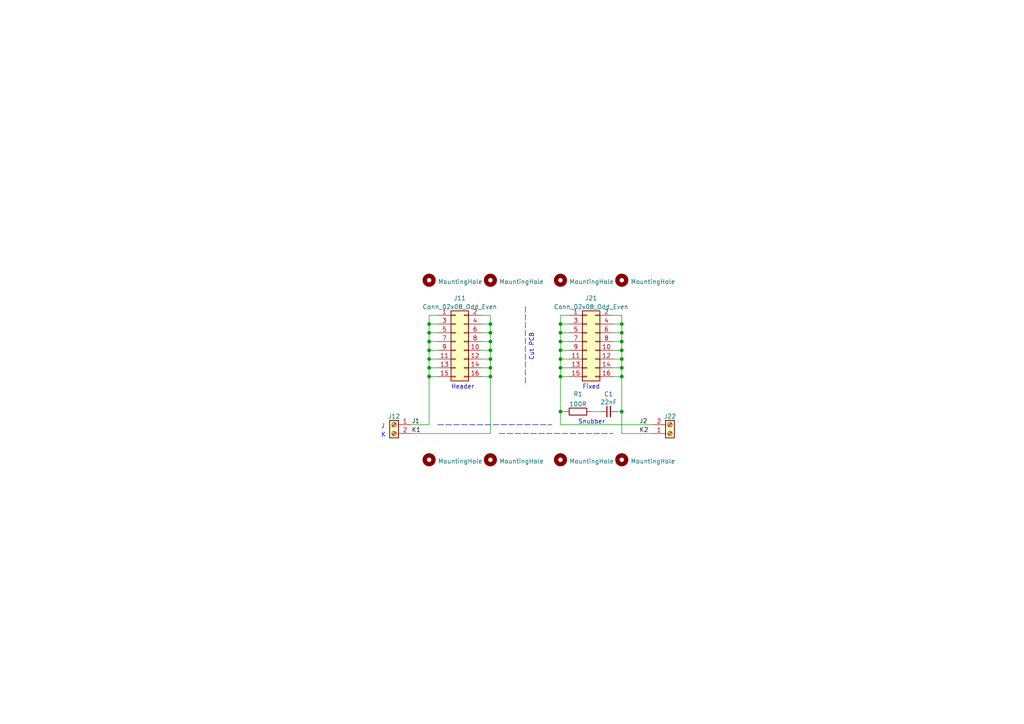
<source format=kicad_sch>
(kicad_sch (version 20211123) (generator eeschema)
  (paper "A4")
  (lib_symbols
    (symbol "Connector:Screw_Terminal_01x02" (pin_names (offset 1.016) hide)
      (property "Reference" "J" (at 0 2.54 0))
      (property "Value" "Screw_Terminal_01x02" (at 0 -5.08 0))
      (symbol "Screw_Terminal_01x02_1_1"
        (rectangle (start -1.27 1.27) (end 1.27 -3.81) (stroke (width 0.254)) (fill (type background)))
        (circle (center 0 -2.54) (radius 0.635) (stroke (width 0.1524)))
        (polyline (pts (xy -0.5334 -2.2098) (xy 0.3302 -3.048)) (stroke (width 0.1524)))
        (polyline (pts (xy -0.5334 0.3302) (xy 0.3302 -0.508)) (stroke (width 0.1524)))
        (polyline (pts (xy -0.3556 -2.032) (xy 0.508 -2.8702)) (stroke (width 0.1524)))
        (polyline (pts (xy -0.3556 0.508) (xy 0.508 -0.3302)) (stroke (width 0.1524)))
        (circle (center 0 0) (radius 0.635) (stroke (width 0.1524)))
        (pin passive line (at -5.08 0 0) (length 3.81) (name "Pin_1") (number "1"))
        (pin passive line (at -5.08 -2.54 0) (length 3.81) (name "Pin_2") (number "2"))
      )
    )
    (symbol "Connector_Generic:Conn_02x08_Odd_Even" (pin_names (offset 1.016) hide)
      (property "Reference" "J" (at 1.27 10.16 0))
      (property "Value" "Conn_02x08_Odd_Even" (at 1.27 -12.7 0))
      (symbol "Conn_02x08_Odd_Even_1_1"
        (rectangle (start -1.27 -10.033) (end 0 -10.287) (stroke (width 0.1524)))
        (rectangle (start -1.27 -7.493) (end 0 -7.747) (stroke (width 0.1524)))
        (rectangle (start -1.27 -4.953) (end 0 -5.207) (stroke (width 0.1524)))
        (rectangle (start -1.27 -2.413) (end 0 -2.667) (stroke (width 0.1524)))
        (rectangle (start -1.27 0.127) (end 0 -0.127) (stroke (width 0.1524)))
        (rectangle (start -1.27 2.667) (end 0 2.413) (stroke (width 0.1524)))
        (rectangle (start -1.27 5.207) (end 0 4.953) (stroke (width 0.1524)))
        (rectangle (start -1.27 7.747) (end 0 7.493) (stroke (width 0.1524)))
        (rectangle (start -1.27 8.89) (end 3.81 -11.43) (stroke (width 0.254)) (fill (type background)))
        (rectangle (start 3.81 -10.033) (end 2.54 -10.287) (stroke (width 0.1524)))
        (rectangle (start 3.81 -7.493) (end 2.54 -7.747) (stroke (width 0.1524)))
        (rectangle (start 3.81 -4.953) (end 2.54 -5.207) (stroke (width 0.1524)))
        (rectangle (start 3.81 -2.413) (end 2.54 -2.667) (stroke (width 0.1524)))
        (rectangle (start 3.81 0.127) (end 2.54 -0.127) (stroke (width 0.1524)))
        (rectangle (start 3.81 2.667) (end 2.54 2.413) (stroke (width 0.1524)))
        (rectangle (start 3.81 5.207) (end 2.54 4.953) (stroke (width 0.1524)))
        (rectangle (start 3.81 7.747) (end 2.54 7.493) (stroke (width 0.1524)))
        (pin passive line (at -5.08 7.62 0) (length 3.81) (name "Pin_1") (number "1"))
        (pin passive line (at 7.62 -2.54 180) (length 3.81) (name "Pin_10") (number "10"))
        (pin passive line (at -5.08 -5.08 0) (length 3.81) (name "Pin_11") (number "11"))
        (pin passive line (at 7.62 -5.08 180) (length 3.81) (name "Pin_12") (number "12"))
        (pin passive line (at -5.08 -7.62 0) (length 3.81) (name "Pin_13") (number "13"))
        (pin passive line (at 7.62 -7.62 180) (length 3.81) (name "Pin_14") (number "14"))
        (pin passive line (at -5.08 -10.16 0) (length 3.81) (name "Pin_15") (number "15"))
        (pin passive line (at 7.62 -10.16 180) (length 3.81) (name "Pin_16") (number "16"))
        (pin passive line (at 7.62 7.62 180) (length 3.81) (name "Pin_2") (number "2"))
        (pin passive line (at -5.08 5.08 0) (length 3.81) (name "Pin_3") (number "3"))
        (pin passive line (at 7.62 5.08 180) (length 3.81) (name "Pin_4") (number "4"))
        (pin passive line (at -5.08 2.54 0) (length 3.81) (name "Pin_5") (number "5"))
        (pin passive line (at 7.62 2.54 180) (length 3.81) (name "Pin_6") (number "6"))
        (pin passive line (at -5.08 0 0) (length 3.81) (name "Pin_7") (number "7"))
        (pin passive line (at 7.62 0 180) (length 3.81) (name "Pin_8") (number "8"))
        (pin passive line (at -5.08 -2.54 0) (length 3.81) (name "Pin_9") (number "9"))
      )
    )
    (symbol "Device:C_Small" (pin_numbers hide) (pin_names (offset 0.254) hide)
      (property "Reference" "C" (at 0.254 1.778 0))
      (property "Value" "C_Small" (at 0.254 -2.032 0))
      (symbol "C_Small_0_1"
        (polyline (pts (xy -1.524 -0.508) (xy 1.524 -0.508)) (stroke (width 0.3302)))
        (polyline (pts (xy -1.524 0.508) (xy 1.524 0.508)) (stroke (width 0.3048)))
      )
      (symbol "C_Small_1_1"
        (pin passive line (at 0 2.54 270) (length 2.032) (name "~") (number "1"))
        (pin passive line (at 0 -2.54 90) (length 2.032) (name "~") (number "2"))
      )
    )
    (symbol "Device:R" (pin_numbers hide) (pin_names (offset 0))
      (property "Reference" "R" (at 2.032 0 90))
      (property "Value" "R" (at 0 0 90))
      (symbol "R_0_1"
        (rectangle (start -1.016 -2.54) (end 1.016 2.54) (stroke (width 0.254)))
      )
      (symbol "R_1_1"
        (pin passive line (at 0 3.81 270) (length 1.27) (name "~") (number "1"))
        (pin passive line (at 0 -3.81 90) (length 1.27) (name "~") (number "2"))
      )
    )
    (symbol "Mechanical:MountingHole" (pin_names (offset 1.016))
      (property "Reference" "H" (at 0 5.08 0))
      (property "Value" "MountingHole" (at 0 3.175 0))
      (symbol "MountingHole_0_1"
        (circle (center 0 0) (radius 1.27) (stroke (width 1.27)))
      )
    )
  )
  (junction (at 162.56 96.52))
  (junction (at 162.56 109.22))
  (junction (at 180.34 109.22))
  (junction (at 180.34 106.68))
  (junction (at 124.46 104.14))
  (junction (at 162.56 104.14))
  (junction (at 124.46 101.6))
  (junction (at 142.24 106.68))
  (junction (at 124.46 99.06))
  (junction (at 162.56 93.98))
  (junction (at 180.34 119.38))
  (junction (at 142.24 104.14))
  (junction (at 142.24 109.22))
  (junction (at 142.24 99.06))
  (junction (at 180.34 99.06))
  (junction (at 142.24 96.52))
  (junction (at 124.46 106.68))
  (junction (at 162.56 119.38))
  (junction (at 124.46 96.52))
  (junction (at 180.34 93.98))
  (junction (at 180.34 101.6))
  (junction (at 142.24 101.6))
  (junction (at 162.56 99.06))
  (junction (at 162.56 101.6))
  (junction (at 124.46 93.98))
  (junction (at 180.34 104.14))
  (junction (at 124.46 109.22))
  (junction (at 162.56 106.68))
  (junction (at 180.34 96.52))
  (junction (at 142.24 93.98))
  (wire (pts (xy 162.56 91.44) (xy 162.56 93.98)))
  (wire (pts (xy 180.34 99.06) (xy 180.34 101.6)))
  (wire (pts (xy 139.7 104.14) (xy 142.24 104.14)))
  (wire (pts (xy 119.38 125.73) (xy 142.24 125.73)))
  (wire (pts (xy 127 109.22) (xy 124.46 109.22)))
  (wire (pts (xy 162.56 123.19) (xy 189.23 123.19)))
  (wire (pts (xy 180.34 106.68) (xy 180.34 109.22)))
  (wire (pts (xy 162.56 93.98) (xy 165.1 93.98)))
  (wire (pts (xy 177.8 109.22) (xy 180.34 109.22)))
  (wire (pts (xy 177.8 104.14) (xy 180.34 104.14)))
  (polyline (pts (xy 127 123.19) (xy 160.02 123.19)))
  (wire (pts (xy 162.56 101.6) (xy 165.1 101.6)))
  (wire (pts (xy 124.46 93.98) (xy 127 93.98)))
  (wire (pts (xy 139.7 93.98) (xy 142.24 93.98)))
  (wire (pts (xy 139.7 96.52) (xy 142.24 96.52)))
  (wire (pts (xy 142.24 96.52) (xy 142.24 93.98)))
  (wire (pts (xy 124.46 109.22) (xy 124.46 106.68)))
  (wire (pts (xy 127 106.68) (xy 124.46 106.68)))
  (wire (pts (xy 180.34 119.38) (xy 180.34 125.73)))
  (wire (pts (xy 139.7 101.6) (xy 142.24 101.6)))
  (wire (pts (xy 180.34 91.44) (xy 180.34 93.98)))
  (wire (pts (xy 127 104.14) (xy 124.46 104.14)))
  (wire (pts (xy 177.8 106.68) (xy 180.34 106.68)))
  (wire (pts (xy 119.38 123.19) (xy 124.46 123.19)))
  (wire (pts (xy 162.56 106.68) (xy 162.56 104.14)))
  (wire (pts (xy 142.24 104.14) (xy 142.24 101.6)))
  (wire (pts (xy 124.46 96.52) (xy 124.46 93.98)))
  (wire (pts (xy 162.56 104.14) (xy 165.1 104.14)))
  (polyline (pts (xy 152.4 88.9) (xy 152.4 111.76)))
  (wire (pts (xy 142.24 106.68) (xy 142.24 104.14)))
  (wire (pts (xy 162.56 99.06) (xy 165.1 99.06)))
  (wire (pts (xy 162.56 119.38) (xy 162.56 109.22)))
  (wire (pts (xy 165.1 96.52) (xy 162.56 96.52)))
  (wire (pts (xy 124.46 109.22) (xy 124.46 123.19)))
  (wire (pts (xy 162.56 106.68) (xy 165.1 106.68)))
  (wire (pts (xy 180.34 104.14) (xy 180.34 106.68)))
  (wire (pts (xy 127 91.44) (xy 124.46 91.44)))
  (wire (pts (xy 139.7 106.68) (xy 142.24 106.68)))
  (wire (pts (xy 180.34 93.98) (xy 180.34 96.52)))
  (wire (pts (xy 124.46 91.44) (xy 124.46 93.98)))
  (wire (pts (xy 162.56 109.22) (xy 162.56 106.68)))
  (wire (pts (xy 171.45 119.38) (xy 173.99 119.38)))
  (wire (pts (xy 142.24 91.44) (xy 142.24 93.98)))
  (wire (pts (xy 177.8 91.44) (xy 180.34 91.44)))
  (wire (pts (xy 177.8 99.06) (xy 180.34 99.06)))
  (wire (pts (xy 180.34 101.6) (xy 180.34 104.14)))
  (wire (pts (xy 177.8 96.52) (xy 180.34 96.52)))
  (wire (pts (xy 142.24 109.22) (xy 142.24 106.68)))
  (wire (pts (xy 139.7 91.44) (xy 142.24 91.44)))
  (wire (pts (xy 162.56 123.19) (xy 162.56 119.38)))
  (wire (pts (xy 139.7 99.06) (xy 142.24 99.06)))
  (wire (pts (xy 162.56 119.38) (xy 163.83 119.38)))
  (polyline (pts (xy 144.78 125.73) (xy 177.8 125.73)))
  (wire (pts (xy 142.24 109.22) (xy 142.24 125.73)))
  (wire (pts (xy 180.34 96.52) (xy 180.34 99.06)))
  (wire (pts (xy 124.46 101.6) (xy 124.46 99.06)))
  (wire (pts (xy 124.46 106.68) (xy 124.46 104.14)))
  (wire (pts (xy 177.8 93.98) (xy 180.34 93.98)))
  (wire (pts (xy 177.8 101.6) (xy 180.34 101.6)))
  (wire (pts (xy 139.7 109.22) (xy 142.24 109.22)))
  (wire (pts (xy 124.46 104.14) (xy 124.46 101.6)))
  (wire (pts (xy 179.07 119.38) (xy 180.34 119.38)))
  (wire (pts (xy 127 101.6) (xy 124.46 101.6)))
  (wire (pts (xy 124.46 99.06) (xy 124.46 96.52)))
  (wire (pts (xy 142.24 101.6) (xy 142.24 99.06)))
  (wire (pts (xy 180.34 109.22) (xy 180.34 119.38)))
  (wire (pts (xy 189.23 125.73) (xy 180.34 125.73)))
  (wire (pts (xy 127 99.06) (xy 124.46 99.06)))
  (wire (pts (xy 162.56 99.06) (xy 162.56 96.52)))
  (wire (pts (xy 165.1 91.44) (xy 162.56 91.44)))
  (wire (pts (xy 162.56 104.14) (xy 162.56 101.6)))
  (wire (pts (xy 165.1 109.22) (xy 162.56 109.22)))
  (wire (pts (xy 162.56 101.6) (xy 162.56 99.06)))
  (wire (pts (xy 162.56 96.52) (xy 162.56 93.98)))
  (wire (pts (xy 142.24 99.06) (xy 142.24 96.52)))
  (wire (pts (xy 127 96.52) (xy 124.46 96.52)))
  (text "Header" (at 130.81 113.03 0) (effects (font (size 1.27 1.27)) (justify left bottom)))
  (text "K" (at 110.49 127 0) (effects (font (size 1.27 1.27)) (justify left bottom)))
  (text "J" (at 110.49 124.46 0) (effects (font (size 1.27 1.27)) (justify left bottom)))
  (text "Snubber" (at 167.64 123.19 0) (effects (font (size 1.27 1.27)) (justify left bottom)))
  (text "Cut PCB" (at 154.94 96.52 270) (effects (font (size 1.27 1.27)) (justify right bottom)))
  (text "Fixed" (at 168.91 113.03 0) (effects (font (size 1.27 1.27)) (justify left bottom)))
  (label "K2" (at 185.42 125.73 0))
  (label "J1" (at 119.38 123.19 0))
  (label "K1" (at 119.38 125.73 0))
  (label "J2" (at 185.42 123.19 0))
  (symbol (lib_id "Device:R") (at 167.64 119.38 90) (unit 1)
    (property "Reference" "R1" (at 167.64 114.3 90))
    (property "Value" "100R" (at 167.64 117.2011 90))
    (property "Footprint" "mylib:R_Axial_P10.16mm_Horizontal" (effects hide))
  )
  (symbol (lib_id "Mechanical:MountingHole") (at 124.46 81.28 0) (unit 1)
    (property "Reference" "H1" (effects hide))
    (property "Value" "MountingHole" (at 127 81.7138 0) (effects (justify left)))
    (property "Footprint" "MountingHole:MountingHole_2.2mm_M2" (effects hide))
  )
  (symbol (lib_id "Connector_Generic:Conn_02x08_Odd_Even") (at 170.18 99.06 0) (unit 1)
    (property "Reference" "J21" (at 171.45 86.4702 0))
    (property "Value" "Conn_02x08_Odd_Even" (at 171.45 89.0071 0))
    (property "Footprint" "Connector_PinHeader_2.54mm:PinHeader_2x08_P2.54mm_Vertical" (effects hide))
  )
  (symbol (lib_id "Connector_Generic:Conn_02x08_Odd_Even") (at 132.08 99.06 0) (unit 1)
    (property "Reference" "J11" (at 133.35 86.4702 0))
    (property "Value" "Conn_02x08_Odd_Even" (at 133.35 89.0071 0))
    (property "Footprint" "Connector_IDC:IDC-Header_2x08_P2.54mm_Latch_Vertical" (effects hide))
  )
  (symbol (lib_id "Connector:Screw_Terminal_01x02") (at 194.31 125.73 0) (mirror x) (unit 1)
    (property "Reference" "J22" (at 194.31 120.7572 0))
    (property "Value" "Screw_Terminal_01x02" (effects hide))
    (property "Footprint" "Mylib:Camdenboss_3pt5mm_pitch_PCB_horizontal_2Way" (effects hide))
  )
  (symbol (lib_id "Mechanical:MountingHole") (at 162.56 81.28 0) (unit 1)
    (property "Reference" "H3" (effects hide))
    (property "Value" "MountingHole" (at 165.1 81.7138 0) (effects (justify left)))
    (property "Footprint" "MountingHole:MountingHole_2.2mm_M2" (effects hide))
  )
  (symbol (lib_id "Mechanical:MountingHole") (at 124.46 133.35 0) (unit 1)
    (property "Reference" "H5" (effects hide))
    (property "Value" "MountingHole" (at 127 133.7838 0) (effects (justify left)))
    (property "Footprint" "MountingHole:MountingHole_2.2mm_M2" (effects hide))
  )
  (symbol (lib_id "Mechanical:MountingHole") (at 180.34 81.28 0) (unit 1)
    (property "Reference" "H4" (effects hide))
    (property "Value" "MountingHole" (at 182.88 81.7138 0) (effects (justify left)))
    (property "Footprint" "MountingHole:MountingHole_2.2mm_M2" (effects hide))
  )
  (symbol (lib_id "Device:C_Small") (at 176.53 119.38 90) (unit 1)
    (property "Reference" "C1" (at 176.53 114.3 90))
    (property "Value" "22nF" (at 176.5363 116.655 90))
    (property "Footprint" "Capacitor_THT:C_Disc_D4.7mm_W2.5mm_P5.00mm" (effects hide))
  )
  (symbol (lib_id "Mechanical:MountingHole") (at 162.56 133.35 0) (unit 1)
    (property "Reference" "H7" (effects hide))
    (property "Value" "MountingHole" (at 165.1 133.7838 0) (effects (justify left)))
    (property "Footprint" "MountingHole:MountingHole_2.2mm_M2" (effects hide))
  )
  (symbol (lib_id "Connector:Screw_Terminal_01x02") (at 114.3 123.19 0) (mirror y) (unit 1)
    (property "Reference" "J12" (at 114.3 120.7572 0))
    (property "Value" "Screw_Terminal_01x02" (effects hide))
    (property "Footprint" "Mylib:Camdenboss_3pt5mm_pitch_PCB_horizontal_2Way" (effects hide))
  )
  (symbol (lib_id "Mechanical:MountingHole") (at 180.34 133.35 0) (unit 1)
    (property "Reference" "H8" (effects hide))
    (property "Value" "MountingHole" (at 182.88 133.7838 0) (effects (justify left)))
    (property "Footprint" "MountingHole:MountingHole_2.2mm_M2" (effects hide))
  )
  (symbol (lib_id "Mechanical:MountingHole") (at 142.24 133.35 0) (unit 1)
    (property "Reference" "H6" (effects hide))
    (property "Value" "MountingHole" (at 144.78 133.7838 0) (effects (justify left)))
    (property "Footprint" "MountingHole:MountingHole_2.2mm_M2" (effects hide))
  )
  (symbol (lib_id "Mechanical:MountingHole") (at 142.24 81.28 0) (unit 1)
    (property "Reference" "H2" (effects hide))
    (property "Value" "MountingHole" (at 144.78 81.7138 0) (effects (justify left)))
    (property "Footprint" "MountingHole:MountingHole_2.2mm_M2" (effects hide))
  )
)
</source>
